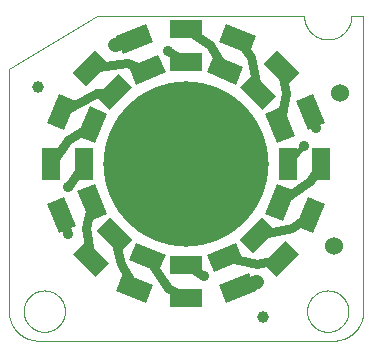
<source format=gtl>
G75*
%MOIN*%
%OFA0B0*%
%FSLAX25Y25*%
%IPPOS*%
%LPD*%
%AMOC8*
5,1,8,0,0,1.08239X$1,22.5*
%
%ADD10C,0.00000*%
%ADD11C,0.55118*%
%ADD12R,0.10630X0.06299*%
%ADD13R,0.06299X0.10630*%
%ADD14C,0.06000*%
%ADD15C,0.03937*%
%ADD16C,0.02953*%
%ADD17C,0.03562*%
%ADD18C,0.01969*%
%ADD19C,0.04724*%
D10*
X0013205Y0005000D02*
X0111630Y0005000D01*
X0111868Y0005003D01*
X0112106Y0005011D01*
X0112343Y0005026D01*
X0112580Y0005046D01*
X0112816Y0005072D01*
X0113052Y0005103D01*
X0113287Y0005140D01*
X0113521Y0005183D01*
X0113754Y0005232D01*
X0113986Y0005286D01*
X0114216Y0005346D01*
X0114445Y0005411D01*
X0114672Y0005482D01*
X0114897Y0005558D01*
X0115120Y0005640D01*
X0115342Y0005727D01*
X0115561Y0005819D01*
X0115778Y0005917D01*
X0115992Y0006019D01*
X0116204Y0006127D01*
X0116414Y0006241D01*
X0116620Y0006359D01*
X0116824Y0006482D01*
X0117024Y0006610D01*
X0117221Y0006742D01*
X0117416Y0006880D01*
X0117606Y0007022D01*
X0117794Y0007169D01*
X0117977Y0007320D01*
X0118157Y0007475D01*
X0118333Y0007635D01*
X0118505Y0007799D01*
X0118674Y0007968D01*
X0118838Y0008140D01*
X0118998Y0008316D01*
X0119153Y0008496D01*
X0119304Y0008679D01*
X0119451Y0008867D01*
X0119593Y0009057D01*
X0119731Y0009252D01*
X0119863Y0009449D01*
X0119991Y0009649D01*
X0120114Y0009853D01*
X0120232Y0010059D01*
X0120346Y0010269D01*
X0120454Y0010481D01*
X0120556Y0010695D01*
X0120654Y0010912D01*
X0120746Y0011131D01*
X0120833Y0011353D01*
X0120915Y0011576D01*
X0120991Y0011801D01*
X0121062Y0012028D01*
X0121127Y0012257D01*
X0121187Y0012487D01*
X0121241Y0012719D01*
X0121290Y0012952D01*
X0121333Y0013186D01*
X0121370Y0013421D01*
X0121401Y0013657D01*
X0121427Y0013893D01*
X0121447Y0014130D01*
X0121462Y0014367D01*
X0121470Y0014605D01*
X0121473Y0014843D01*
X0121472Y0014843D02*
X0121472Y0113268D01*
X0117535Y0113268D01*
X0117533Y0113076D01*
X0117526Y0112885D01*
X0117514Y0112693D01*
X0117498Y0112502D01*
X0117477Y0112312D01*
X0117451Y0112122D01*
X0117421Y0111932D01*
X0117386Y0111744D01*
X0117347Y0111556D01*
X0117303Y0111369D01*
X0117254Y0111184D01*
X0117201Y0111000D01*
X0117144Y0110817D01*
X0117082Y0110635D01*
X0117015Y0110455D01*
X0116945Y0110277D01*
X0116870Y0110100D01*
X0116790Y0109926D01*
X0116707Y0109753D01*
X0116619Y0109583D01*
X0116528Y0109414D01*
X0116432Y0109248D01*
X0116332Y0109085D01*
X0116228Y0108923D01*
X0116120Y0108765D01*
X0116009Y0108609D01*
X0115893Y0108456D01*
X0115774Y0108305D01*
X0115652Y0108158D01*
X0115525Y0108014D01*
X0115396Y0107872D01*
X0115263Y0107734D01*
X0115126Y0107599D01*
X0114986Y0107468D01*
X0114844Y0107340D01*
X0114698Y0107216D01*
X0114549Y0107095D01*
X0114397Y0106978D01*
X0114243Y0106864D01*
X0114085Y0106754D01*
X0113925Y0106649D01*
X0113763Y0106547D01*
X0113598Y0106449D01*
X0113431Y0106355D01*
X0113261Y0106265D01*
X0113090Y0106180D01*
X0112916Y0106098D01*
X0112741Y0106021D01*
X0112563Y0105948D01*
X0112384Y0105880D01*
X0112203Y0105816D01*
X0112021Y0105756D01*
X0111838Y0105701D01*
X0111653Y0105650D01*
X0111467Y0105604D01*
X0111279Y0105562D01*
X0111091Y0105525D01*
X0110902Y0105492D01*
X0110713Y0105465D01*
X0110522Y0105441D01*
X0110331Y0105423D01*
X0110140Y0105409D01*
X0109949Y0105399D01*
X0109757Y0105395D01*
X0109565Y0105395D01*
X0109373Y0105399D01*
X0109182Y0105409D01*
X0108991Y0105423D01*
X0108800Y0105441D01*
X0108609Y0105465D01*
X0108420Y0105492D01*
X0108231Y0105525D01*
X0108043Y0105562D01*
X0107855Y0105604D01*
X0107669Y0105650D01*
X0107484Y0105701D01*
X0107301Y0105756D01*
X0107119Y0105816D01*
X0106938Y0105880D01*
X0106759Y0105948D01*
X0106581Y0106021D01*
X0106406Y0106098D01*
X0106232Y0106180D01*
X0106061Y0106265D01*
X0105891Y0106355D01*
X0105724Y0106449D01*
X0105559Y0106547D01*
X0105397Y0106649D01*
X0105237Y0106754D01*
X0105079Y0106864D01*
X0104925Y0106978D01*
X0104773Y0107095D01*
X0104624Y0107216D01*
X0104478Y0107340D01*
X0104336Y0107468D01*
X0104196Y0107599D01*
X0104059Y0107734D01*
X0103926Y0107872D01*
X0103797Y0108014D01*
X0103670Y0108158D01*
X0103548Y0108305D01*
X0103429Y0108456D01*
X0103313Y0108609D01*
X0103202Y0108765D01*
X0103094Y0108923D01*
X0102990Y0109085D01*
X0102890Y0109248D01*
X0102794Y0109414D01*
X0102703Y0109583D01*
X0102615Y0109753D01*
X0102532Y0109926D01*
X0102452Y0110100D01*
X0102377Y0110277D01*
X0102307Y0110455D01*
X0102240Y0110635D01*
X0102178Y0110817D01*
X0102121Y0111000D01*
X0102068Y0111184D01*
X0102019Y0111369D01*
X0101975Y0111556D01*
X0101936Y0111744D01*
X0101901Y0111932D01*
X0101871Y0112122D01*
X0101845Y0112312D01*
X0101824Y0112502D01*
X0101808Y0112693D01*
X0101796Y0112885D01*
X0101789Y0113076D01*
X0101787Y0113268D01*
X0032890Y0113268D01*
X0003362Y0095551D01*
X0003362Y0014843D01*
X0003365Y0014605D01*
X0003373Y0014367D01*
X0003388Y0014130D01*
X0003408Y0013893D01*
X0003434Y0013657D01*
X0003465Y0013421D01*
X0003502Y0013186D01*
X0003545Y0012952D01*
X0003594Y0012719D01*
X0003648Y0012487D01*
X0003708Y0012257D01*
X0003773Y0012028D01*
X0003844Y0011801D01*
X0003920Y0011576D01*
X0004002Y0011353D01*
X0004089Y0011131D01*
X0004181Y0010912D01*
X0004279Y0010695D01*
X0004381Y0010481D01*
X0004489Y0010269D01*
X0004603Y0010059D01*
X0004721Y0009853D01*
X0004844Y0009649D01*
X0004972Y0009449D01*
X0005104Y0009252D01*
X0005242Y0009057D01*
X0005384Y0008867D01*
X0005531Y0008679D01*
X0005682Y0008496D01*
X0005837Y0008316D01*
X0005997Y0008140D01*
X0006161Y0007968D01*
X0006330Y0007799D01*
X0006502Y0007635D01*
X0006678Y0007475D01*
X0006858Y0007320D01*
X0007041Y0007169D01*
X0007229Y0007022D01*
X0007419Y0006880D01*
X0007614Y0006742D01*
X0007811Y0006610D01*
X0008011Y0006482D01*
X0008215Y0006359D01*
X0008421Y0006241D01*
X0008631Y0006127D01*
X0008843Y0006019D01*
X0009057Y0005917D01*
X0009274Y0005819D01*
X0009493Y0005727D01*
X0009715Y0005640D01*
X0009938Y0005558D01*
X0010163Y0005482D01*
X0010390Y0005411D01*
X0010619Y0005346D01*
X0010849Y0005286D01*
X0011081Y0005232D01*
X0011314Y0005183D01*
X0011548Y0005140D01*
X0011783Y0005103D01*
X0012019Y0005072D01*
X0012255Y0005046D01*
X0012492Y0005026D01*
X0012729Y0005011D01*
X0012967Y0005003D01*
X0013205Y0005000D01*
X0008283Y0014843D02*
X0008285Y0015012D01*
X0008291Y0015181D01*
X0008302Y0015350D01*
X0008316Y0015518D01*
X0008335Y0015686D01*
X0008358Y0015854D01*
X0008384Y0016021D01*
X0008415Y0016187D01*
X0008450Y0016353D01*
X0008489Y0016517D01*
X0008533Y0016681D01*
X0008580Y0016843D01*
X0008631Y0017004D01*
X0008686Y0017164D01*
X0008745Y0017323D01*
X0008807Y0017480D01*
X0008874Y0017635D01*
X0008945Y0017789D01*
X0009019Y0017941D01*
X0009097Y0018091D01*
X0009178Y0018239D01*
X0009263Y0018385D01*
X0009352Y0018529D01*
X0009444Y0018671D01*
X0009540Y0018810D01*
X0009639Y0018947D01*
X0009741Y0019082D01*
X0009847Y0019214D01*
X0009956Y0019343D01*
X0010068Y0019470D01*
X0010183Y0019594D01*
X0010301Y0019715D01*
X0010422Y0019833D01*
X0010546Y0019948D01*
X0010673Y0020060D01*
X0010802Y0020169D01*
X0010934Y0020275D01*
X0011069Y0020377D01*
X0011206Y0020476D01*
X0011345Y0020572D01*
X0011487Y0020664D01*
X0011631Y0020753D01*
X0011777Y0020838D01*
X0011925Y0020919D01*
X0012075Y0020997D01*
X0012227Y0021071D01*
X0012381Y0021142D01*
X0012536Y0021209D01*
X0012693Y0021271D01*
X0012852Y0021330D01*
X0013012Y0021385D01*
X0013173Y0021436D01*
X0013335Y0021483D01*
X0013499Y0021527D01*
X0013663Y0021566D01*
X0013829Y0021601D01*
X0013995Y0021632D01*
X0014162Y0021658D01*
X0014330Y0021681D01*
X0014498Y0021700D01*
X0014666Y0021714D01*
X0014835Y0021725D01*
X0015004Y0021731D01*
X0015173Y0021733D01*
X0015342Y0021731D01*
X0015511Y0021725D01*
X0015680Y0021714D01*
X0015848Y0021700D01*
X0016016Y0021681D01*
X0016184Y0021658D01*
X0016351Y0021632D01*
X0016517Y0021601D01*
X0016683Y0021566D01*
X0016847Y0021527D01*
X0017011Y0021483D01*
X0017173Y0021436D01*
X0017334Y0021385D01*
X0017494Y0021330D01*
X0017653Y0021271D01*
X0017810Y0021209D01*
X0017965Y0021142D01*
X0018119Y0021071D01*
X0018271Y0020997D01*
X0018421Y0020919D01*
X0018569Y0020838D01*
X0018715Y0020753D01*
X0018859Y0020664D01*
X0019001Y0020572D01*
X0019140Y0020476D01*
X0019277Y0020377D01*
X0019412Y0020275D01*
X0019544Y0020169D01*
X0019673Y0020060D01*
X0019800Y0019948D01*
X0019924Y0019833D01*
X0020045Y0019715D01*
X0020163Y0019594D01*
X0020278Y0019470D01*
X0020390Y0019343D01*
X0020499Y0019214D01*
X0020605Y0019082D01*
X0020707Y0018947D01*
X0020806Y0018810D01*
X0020902Y0018671D01*
X0020994Y0018529D01*
X0021083Y0018385D01*
X0021168Y0018239D01*
X0021249Y0018091D01*
X0021327Y0017941D01*
X0021401Y0017789D01*
X0021472Y0017635D01*
X0021539Y0017480D01*
X0021601Y0017323D01*
X0021660Y0017164D01*
X0021715Y0017004D01*
X0021766Y0016843D01*
X0021813Y0016681D01*
X0021857Y0016517D01*
X0021896Y0016353D01*
X0021931Y0016187D01*
X0021962Y0016021D01*
X0021988Y0015854D01*
X0022011Y0015686D01*
X0022030Y0015518D01*
X0022044Y0015350D01*
X0022055Y0015181D01*
X0022061Y0015012D01*
X0022063Y0014843D01*
X0022061Y0014674D01*
X0022055Y0014505D01*
X0022044Y0014336D01*
X0022030Y0014168D01*
X0022011Y0014000D01*
X0021988Y0013832D01*
X0021962Y0013665D01*
X0021931Y0013499D01*
X0021896Y0013333D01*
X0021857Y0013169D01*
X0021813Y0013005D01*
X0021766Y0012843D01*
X0021715Y0012682D01*
X0021660Y0012522D01*
X0021601Y0012363D01*
X0021539Y0012206D01*
X0021472Y0012051D01*
X0021401Y0011897D01*
X0021327Y0011745D01*
X0021249Y0011595D01*
X0021168Y0011447D01*
X0021083Y0011301D01*
X0020994Y0011157D01*
X0020902Y0011015D01*
X0020806Y0010876D01*
X0020707Y0010739D01*
X0020605Y0010604D01*
X0020499Y0010472D01*
X0020390Y0010343D01*
X0020278Y0010216D01*
X0020163Y0010092D01*
X0020045Y0009971D01*
X0019924Y0009853D01*
X0019800Y0009738D01*
X0019673Y0009626D01*
X0019544Y0009517D01*
X0019412Y0009411D01*
X0019277Y0009309D01*
X0019140Y0009210D01*
X0019001Y0009114D01*
X0018859Y0009022D01*
X0018715Y0008933D01*
X0018569Y0008848D01*
X0018421Y0008767D01*
X0018271Y0008689D01*
X0018119Y0008615D01*
X0017965Y0008544D01*
X0017810Y0008477D01*
X0017653Y0008415D01*
X0017494Y0008356D01*
X0017334Y0008301D01*
X0017173Y0008250D01*
X0017011Y0008203D01*
X0016847Y0008159D01*
X0016683Y0008120D01*
X0016517Y0008085D01*
X0016351Y0008054D01*
X0016184Y0008028D01*
X0016016Y0008005D01*
X0015848Y0007986D01*
X0015680Y0007972D01*
X0015511Y0007961D01*
X0015342Y0007955D01*
X0015173Y0007953D01*
X0015004Y0007955D01*
X0014835Y0007961D01*
X0014666Y0007972D01*
X0014498Y0007986D01*
X0014330Y0008005D01*
X0014162Y0008028D01*
X0013995Y0008054D01*
X0013829Y0008085D01*
X0013663Y0008120D01*
X0013499Y0008159D01*
X0013335Y0008203D01*
X0013173Y0008250D01*
X0013012Y0008301D01*
X0012852Y0008356D01*
X0012693Y0008415D01*
X0012536Y0008477D01*
X0012381Y0008544D01*
X0012227Y0008615D01*
X0012075Y0008689D01*
X0011925Y0008767D01*
X0011777Y0008848D01*
X0011631Y0008933D01*
X0011487Y0009022D01*
X0011345Y0009114D01*
X0011206Y0009210D01*
X0011069Y0009309D01*
X0010934Y0009411D01*
X0010802Y0009517D01*
X0010673Y0009626D01*
X0010546Y0009738D01*
X0010422Y0009853D01*
X0010301Y0009971D01*
X0010183Y0010092D01*
X0010068Y0010216D01*
X0009956Y0010343D01*
X0009847Y0010472D01*
X0009741Y0010604D01*
X0009639Y0010739D01*
X0009540Y0010876D01*
X0009444Y0011015D01*
X0009352Y0011157D01*
X0009263Y0011301D01*
X0009178Y0011447D01*
X0009097Y0011595D01*
X0009019Y0011745D01*
X0008945Y0011897D01*
X0008874Y0012051D01*
X0008807Y0012206D01*
X0008745Y0012363D01*
X0008686Y0012522D01*
X0008631Y0012682D01*
X0008580Y0012843D01*
X0008533Y0013005D01*
X0008489Y0013169D01*
X0008450Y0013333D01*
X0008415Y0013499D01*
X0008384Y0013665D01*
X0008358Y0013832D01*
X0008335Y0014000D01*
X0008316Y0014168D01*
X0008302Y0014336D01*
X0008291Y0014505D01*
X0008285Y0014674D01*
X0008283Y0014843D01*
X0102771Y0014843D02*
X0102773Y0015012D01*
X0102779Y0015181D01*
X0102790Y0015350D01*
X0102804Y0015518D01*
X0102823Y0015686D01*
X0102846Y0015854D01*
X0102872Y0016021D01*
X0102903Y0016187D01*
X0102938Y0016353D01*
X0102977Y0016517D01*
X0103021Y0016681D01*
X0103068Y0016843D01*
X0103119Y0017004D01*
X0103174Y0017164D01*
X0103233Y0017323D01*
X0103295Y0017480D01*
X0103362Y0017635D01*
X0103433Y0017789D01*
X0103507Y0017941D01*
X0103585Y0018091D01*
X0103666Y0018239D01*
X0103751Y0018385D01*
X0103840Y0018529D01*
X0103932Y0018671D01*
X0104028Y0018810D01*
X0104127Y0018947D01*
X0104229Y0019082D01*
X0104335Y0019214D01*
X0104444Y0019343D01*
X0104556Y0019470D01*
X0104671Y0019594D01*
X0104789Y0019715D01*
X0104910Y0019833D01*
X0105034Y0019948D01*
X0105161Y0020060D01*
X0105290Y0020169D01*
X0105422Y0020275D01*
X0105557Y0020377D01*
X0105694Y0020476D01*
X0105833Y0020572D01*
X0105975Y0020664D01*
X0106119Y0020753D01*
X0106265Y0020838D01*
X0106413Y0020919D01*
X0106563Y0020997D01*
X0106715Y0021071D01*
X0106869Y0021142D01*
X0107024Y0021209D01*
X0107181Y0021271D01*
X0107340Y0021330D01*
X0107500Y0021385D01*
X0107661Y0021436D01*
X0107823Y0021483D01*
X0107987Y0021527D01*
X0108151Y0021566D01*
X0108317Y0021601D01*
X0108483Y0021632D01*
X0108650Y0021658D01*
X0108818Y0021681D01*
X0108986Y0021700D01*
X0109154Y0021714D01*
X0109323Y0021725D01*
X0109492Y0021731D01*
X0109661Y0021733D01*
X0109830Y0021731D01*
X0109999Y0021725D01*
X0110168Y0021714D01*
X0110336Y0021700D01*
X0110504Y0021681D01*
X0110672Y0021658D01*
X0110839Y0021632D01*
X0111005Y0021601D01*
X0111171Y0021566D01*
X0111335Y0021527D01*
X0111499Y0021483D01*
X0111661Y0021436D01*
X0111822Y0021385D01*
X0111982Y0021330D01*
X0112141Y0021271D01*
X0112298Y0021209D01*
X0112453Y0021142D01*
X0112607Y0021071D01*
X0112759Y0020997D01*
X0112909Y0020919D01*
X0113057Y0020838D01*
X0113203Y0020753D01*
X0113347Y0020664D01*
X0113489Y0020572D01*
X0113628Y0020476D01*
X0113765Y0020377D01*
X0113900Y0020275D01*
X0114032Y0020169D01*
X0114161Y0020060D01*
X0114288Y0019948D01*
X0114412Y0019833D01*
X0114533Y0019715D01*
X0114651Y0019594D01*
X0114766Y0019470D01*
X0114878Y0019343D01*
X0114987Y0019214D01*
X0115093Y0019082D01*
X0115195Y0018947D01*
X0115294Y0018810D01*
X0115390Y0018671D01*
X0115482Y0018529D01*
X0115571Y0018385D01*
X0115656Y0018239D01*
X0115737Y0018091D01*
X0115815Y0017941D01*
X0115889Y0017789D01*
X0115960Y0017635D01*
X0116027Y0017480D01*
X0116089Y0017323D01*
X0116148Y0017164D01*
X0116203Y0017004D01*
X0116254Y0016843D01*
X0116301Y0016681D01*
X0116345Y0016517D01*
X0116384Y0016353D01*
X0116419Y0016187D01*
X0116450Y0016021D01*
X0116476Y0015854D01*
X0116499Y0015686D01*
X0116518Y0015518D01*
X0116532Y0015350D01*
X0116543Y0015181D01*
X0116549Y0015012D01*
X0116551Y0014843D01*
X0116549Y0014674D01*
X0116543Y0014505D01*
X0116532Y0014336D01*
X0116518Y0014168D01*
X0116499Y0014000D01*
X0116476Y0013832D01*
X0116450Y0013665D01*
X0116419Y0013499D01*
X0116384Y0013333D01*
X0116345Y0013169D01*
X0116301Y0013005D01*
X0116254Y0012843D01*
X0116203Y0012682D01*
X0116148Y0012522D01*
X0116089Y0012363D01*
X0116027Y0012206D01*
X0115960Y0012051D01*
X0115889Y0011897D01*
X0115815Y0011745D01*
X0115737Y0011595D01*
X0115656Y0011447D01*
X0115571Y0011301D01*
X0115482Y0011157D01*
X0115390Y0011015D01*
X0115294Y0010876D01*
X0115195Y0010739D01*
X0115093Y0010604D01*
X0114987Y0010472D01*
X0114878Y0010343D01*
X0114766Y0010216D01*
X0114651Y0010092D01*
X0114533Y0009971D01*
X0114412Y0009853D01*
X0114288Y0009738D01*
X0114161Y0009626D01*
X0114032Y0009517D01*
X0113900Y0009411D01*
X0113765Y0009309D01*
X0113628Y0009210D01*
X0113489Y0009114D01*
X0113347Y0009022D01*
X0113203Y0008933D01*
X0113057Y0008848D01*
X0112909Y0008767D01*
X0112759Y0008689D01*
X0112607Y0008615D01*
X0112453Y0008544D01*
X0112298Y0008477D01*
X0112141Y0008415D01*
X0111982Y0008356D01*
X0111822Y0008301D01*
X0111661Y0008250D01*
X0111499Y0008203D01*
X0111335Y0008159D01*
X0111171Y0008120D01*
X0111005Y0008085D01*
X0110839Y0008054D01*
X0110672Y0008028D01*
X0110504Y0008005D01*
X0110336Y0007986D01*
X0110168Y0007972D01*
X0109999Y0007961D01*
X0109830Y0007955D01*
X0109661Y0007953D01*
X0109492Y0007955D01*
X0109323Y0007961D01*
X0109154Y0007972D01*
X0108986Y0007986D01*
X0108818Y0008005D01*
X0108650Y0008028D01*
X0108483Y0008054D01*
X0108317Y0008085D01*
X0108151Y0008120D01*
X0107987Y0008159D01*
X0107823Y0008203D01*
X0107661Y0008250D01*
X0107500Y0008301D01*
X0107340Y0008356D01*
X0107181Y0008415D01*
X0107024Y0008477D01*
X0106869Y0008544D01*
X0106715Y0008615D01*
X0106563Y0008689D01*
X0106413Y0008767D01*
X0106265Y0008848D01*
X0106119Y0008933D01*
X0105975Y0009022D01*
X0105833Y0009114D01*
X0105694Y0009210D01*
X0105557Y0009309D01*
X0105422Y0009411D01*
X0105290Y0009517D01*
X0105161Y0009626D01*
X0105034Y0009738D01*
X0104910Y0009853D01*
X0104789Y0009971D01*
X0104671Y0010092D01*
X0104556Y0010216D01*
X0104444Y0010343D01*
X0104335Y0010472D01*
X0104229Y0010604D01*
X0104127Y0010739D01*
X0104028Y0010876D01*
X0103932Y0011015D01*
X0103840Y0011157D01*
X0103751Y0011301D01*
X0103666Y0011447D01*
X0103585Y0011595D01*
X0103507Y0011745D01*
X0103433Y0011897D01*
X0103362Y0012051D01*
X0103295Y0012206D01*
X0103233Y0012363D01*
X0103174Y0012522D01*
X0103119Y0012682D01*
X0103068Y0012843D01*
X0103021Y0013005D01*
X0102977Y0013169D01*
X0102938Y0013333D01*
X0102903Y0013499D01*
X0102872Y0013665D01*
X0102846Y0013832D01*
X0102823Y0014000D01*
X0102804Y0014168D01*
X0102790Y0014336D01*
X0102779Y0014505D01*
X0102773Y0014674D01*
X0102771Y0014843D01*
D11*
X0062417Y0064055D03*
D12*
X0062417Y0030197D03*
X0062417Y0019173D03*
X0062417Y0097913D03*
X0062417Y0108937D03*
D13*
G36*
X0048946Y0110464D02*
X0051356Y0104646D01*
X0041536Y0100578D01*
X0039126Y0106396D01*
X0048946Y0110464D01*
G37*
G36*
X0032212Y0101775D02*
X0036665Y0097322D01*
X0029150Y0089807D01*
X0024697Y0094260D01*
X0032212Y0101775D01*
G37*
G36*
X0053165Y0100280D02*
X0055575Y0094462D01*
X0045755Y0090394D01*
X0043345Y0096212D01*
X0053165Y0100280D01*
G37*
G36*
X0040007Y0093980D02*
X0044460Y0089527D01*
X0036945Y0082012D01*
X0032492Y0086465D01*
X0040007Y0093980D01*
G37*
G36*
X0020076Y0087346D02*
X0025894Y0084936D01*
X0021826Y0075116D01*
X0016008Y0077526D01*
X0020076Y0087346D01*
G37*
G36*
X0030261Y0083128D02*
X0036079Y0080718D01*
X0032011Y0070898D01*
X0026193Y0073308D01*
X0030261Y0083128D01*
G37*
X0028559Y0064055D03*
X0017535Y0064055D03*
G36*
X0026193Y0054802D02*
X0032011Y0057212D01*
X0036079Y0047392D01*
X0030261Y0044982D01*
X0026193Y0054802D01*
G37*
G36*
X0016008Y0050584D02*
X0021826Y0052994D01*
X0025894Y0043174D01*
X0020076Y0040764D01*
X0016008Y0050584D01*
G37*
G36*
X0032492Y0041645D02*
X0036945Y0046098D01*
X0044460Y0038583D01*
X0040007Y0034130D01*
X0032492Y0041645D01*
G37*
G36*
X0024697Y0033850D02*
X0029150Y0038303D01*
X0036665Y0030788D01*
X0032212Y0026335D01*
X0024697Y0033850D01*
G37*
G36*
X0039126Y0021714D02*
X0041536Y0027532D01*
X0051356Y0023464D01*
X0048946Y0017646D01*
X0039126Y0021714D01*
G37*
G36*
X0043345Y0031898D02*
X0045755Y0037716D01*
X0055575Y0033648D01*
X0053165Y0027830D01*
X0043345Y0031898D01*
G37*
G36*
X0071670Y0027830D02*
X0069260Y0033648D01*
X0079080Y0037716D01*
X0081490Y0031898D01*
X0071670Y0027830D01*
G37*
G36*
X0075889Y0017646D02*
X0073479Y0023464D01*
X0083299Y0027532D01*
X0085709Y0021714D01*
X0075889Y0017646D01*
G37*
G36*
X0092622Y0026335D02*
X0088169Y0030788D01*
X0095684Y0038303D01*
X0100137Y0033850D01*
X0092622Y0026335D01*
G37*
G36*
X0084827Y0034130D02*
X0080374Y0038583D01*
X0087889Y0046098D01*
X0092342Y0041645D01*
X0084827Y0034130D01*
G37*
G36*
X0104759Y0040764D02*
X0098941Y0043174D01*
X0103009Y0052994D01*
X0108827Y0050584D01*
X0104759Y0040764D01*
G37*
G36*
X0094574Y0044982D02*
X0088756Y0047392D01*
X0092824Y0057212D01*
X0098642Y0054802D01*
X0094574Y0044982D01*
G37*
X0096276Y0064055D03*
X0107299Y0064055D03*
G36*
X0098642Y0073308D02*
X0092824Y0070898D01*
X0088756Y0080718D01*
X0094574Y0083128D01*
X0098642Y0073308D01*
G37*
G36*
X0108827Y0077526D02*
X0103009Y0075116D01*
X0098941Y0084936D01*
X0104759Y0087346D01*
X0108827Y0077526D01*
G37*
G36*
X0092342Y0086465D02*
X0087889Y0082012D01*
X0080374Y0089527D01*
X0084827Y0093980D01*
X0092342Y0086465D01*
G37*
G36*
X0100137Y0094260D02*
X0095684Y0089807D01*
X0088169Y0097322D01*
X0092622Y0101775D01*
X0100137Y0094260D01*
G37*
G36*
X0085709Y0106396D02*
X0083299Y0100578D01*
X0073479Y0104646D01*
X0075889Y0110464D01*
X0085709Y0106396D01*
G37*
G36*
X0081490Y0096212D02*
X0079080Y0090394D01*
X0069260Y0094462D01*
X0071670Y0100280D01*
X0081490Y0096212D01*
G37*
D14*
X0113598Y0087677D03*
X0111630Y0036496D03*
D15*
X0088008Y0012874D03*
X0013205Y0089646D03*
D16*
X0020951Y0081231D02*
X0032890Y0087677D01*
X0038476Y0087996D01*
X0042732Y0097520D02*
X0030681Y0095791D01*
X0042732Y0097520D02*
X0049460Y0095337D01*
X0056512Y0101457D02*
X0062417Y0097913D01*
X0070291Y0103425D02*
X0075375Y0095337D01*
X0084071Y0099488D02*
X0086358Y0087996D01*
X0095882Y0087677D02*
X0093699Y0077013D01*
X0103884Y0081231D02*
X0105724Y0075866D01*
X0095882Y0087677D02*
X0094153Y0095791D01*
X0084071Y0099488D02*
X0079594Y0105521D01*
X0070291Y0103425D02*
X0062417Y0108937D01*
X0031136Y0077013D02*
X0023047Y0071929D01*
X0017535Y0064055D01*
X0023047Y0056181D02*
X0028559Y0064055D01*
X0031136Y0051097D02*
X0028953Y0042402D01*
X0030681Y0032319D01*
X0040764Y0030591D02*
X0038476Y0040114D01*
X0049460Y0032773D02*
X0056512Y0022717D01*
X0062417Y0019173D01*
X0068323Y0026654D02*
X0062417Y0030197D01*
X0075375Y0032773D02*
X0086039Y0030591D01*
X0094153Y0032319D01*
X0097850Y0042402D02*
X0086358Y0040114D01*
X0097850Y0042402D02*
X0103884Y0046879D01*
X0093699Y0051097D02*
X0103756Y0058150D01*
X0107299Y0064055D01*
X0040764Y0030591D02*
X0045241Y0022589D01*
X0023047Y0040433D02*
X0020951Y0046879D01*
D17*
X0023047Y0040433D03*
X0023047Y0056181D03*
X0068323Y0026654D03*
X0086039Y0024685D03*
X0101787Y0069961D03*
X0105724Y0075866D03*
X0056512Y0101457D03*
X0038795Y0103425D03*
D18*
X0096276Y0064055D02*
X0101787Y0069961D01*
D19*
X0045241Y0105521D02*
X0038795Y0103425D01*
X0079594Y0022589D02*
X0086039Y0024685D01*
M02*

</source>
